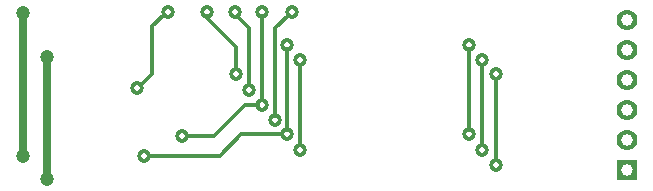
<source format=gbr>
G04 GENERATED BY PULSONIX 8.5 GERBER.DLL 5902*
G04 #@! TF.Part,Single*
%INUSB2UART*%
%LNBOTTOM*%
%FSLAX35Y35*%
%LPD*%
%MOIN*%
G04 #@! TF.FileFunction,Copper,L2,Bot*
G04 #@! TA.AperFunction,Conductor*
%ADD10C,0.01200*%
%ADD12C,0.02500*%
G04 #@! TA.AperFunction,ViaPad*
%ADD13C,0.04724X0.01969*%
G04 #@! TA.AperFunction,ComponentPad*
%ADD70R,0.07000X0.07000X0.03900*%
%ADD71C,0.07000X0.03900*%
X0Y0D02*
D02*
D10*
X130063Y90079D02*
X126127Y86143D01*
Y70395*
X122255Y66523*
X154138Y71782D02*
Y79253D01*
X144296Y89095*
Y89480*
X158469Y66664D02*
Y85552D01*
X154400Y89621*
X161216Y59962D02*
X156835D01*
X146599Y49725*
X137612*
X162800Y61546D02*
Y89480D01*
X169483Y50119D02*
X155805D01*
X148718Y43032*
X125014*
X171068Y51703D02*
Y78456D01*
X171522Y89944D02*
X167131Y85552D01*
Y56428*
X175398Y46585D02*
Y73338D01*
X231697Y78456D02*
Y51703D01*
X236028Y46585D02*
Y73338D01*
X240753Y41467D02*
Y68614D01*
D02*
D12*
X82879Y90670D02*
Y43032D01*
X91146Y35158D02*
Y76103D01*
D02*
D13*
X82879Y43032D03*
Y90670D03*
X91146Y35158D03*
Y76103D03*
X121068Y65473D03*
X123430Y43032D03*
X131304Y91064D03*
X136028Y49725D03*
X144296Y91064D03*
X153745D03*
X154138Y70198D03*
X158469Y65080D03*
X162800Y59962D03*
Y91064D03*
X167131Y54844D03*
X171068Y50119D03*
Y80040D03*
X172642Y91064D03*
X175398Y45001D03*
Y74922D03*
X231697Y50119D03*
Y80040D03*
X236028Y45001D03*
Y74922D03*
X240753Y39883D03*
Y70198D03*
D02*
D70*
X284296Y38125D03*
D02*
D71*
Y48125D03*
Y58125D03*
Y68125D03*
Y78125D03*
Y88125D03*
X0Y0D02*
M02*

</source>
